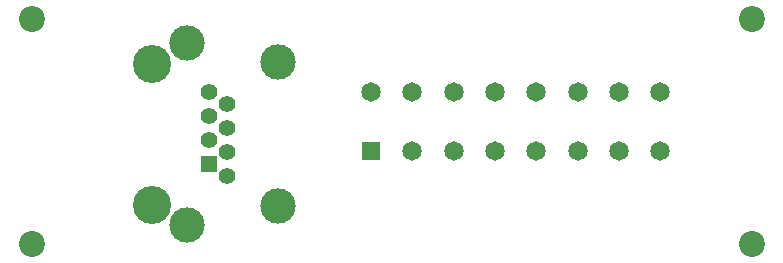
<source format=gbr>
%TF.GenerationSoftware,KiCad,Pcbnew,7.0.5*%
%TF.CreationDate,2023-11-09T00:00:04-05:00*%
%TF.ProjectId,rj45-breakout-board,726a3435-2d62-4726-9561-6b6f75742d62,0.1.0*%
%TF.SameCoordinates,Original*%
%TF.FileFunction,Soldermask,Bot*%
%TF.FilePolarity,Negative*%
%FSLAX46Y46*%
G04 Gerber Fmt 4.6, Leading zero omitted, Abs format (unit mm)*
G04 Created by KiCad (PCBNEW 7.0.5) date 2023-11-09 00:00:04*
%MOMM*%
%LPD*%
G01*
G04 APERTURE LIST*
%ADD10C,3.220000*%
%ADD11R,1.400000X1.400000*%
%ADD12C,1.400000*%
%ADD13C,3.000000*%
%ADD14C,2.200000*%
%ADD15R,1.650000X1.650000*%
%ADD16C,1.650000*%
G04 APERTURE END LIST*
D10*
%TO.C,J1*%
X58420000Y-67310000D03*
X58420000Y-79250000D03*
D11*
X63250000Y-75810000D03*
D12*
X64770000Y-76830000D03*
X64770000Y-74800000D03*
X64770000Y-72770000D03*
X63250000Y-73780000D03*
X63250000Y-71750000D03*
X63250000Y-69720000D03*
X64770000Y-70740000D03*
D13*
X61420000Y-81000000D03*
X61420000Y-65560000D03*
X69090000Y-79380000D03*
X69090000Y-67180000D03*
%TD*%
D14*
%TO.C,REF\u002A\u002A*%
X109220000Y-63500000D03*
%TD*%
%TO.C,REF\u002A\u002A*%
X109220000Y-82550000D03*
%TD*%
%TO.C,REF\u002A\u002A*%
X48260000Y-63500000D03*
%TD*%
D15*
%TO.C,J2*%
X76990000Y-74720000D03*
D16*
X76990000Y-69720000D03*
X80490000Y-74720000D03*
X80490000Y-69720000D03*
X83990000Y-74720000D03*
X83990000Y-69720000D03*
X87490000Y-74720000D03*
X87490000Y-69720000D03*
X90990000Y-74720000D03*
X90990000Y-69720000D03*
X94490000Y-74720000D03*
X94490000Y-69720000D03*
X97990000Y-74720000D03*
X97990000Y-69720000D03*
X101490000Y-74720000D03*
X101490000Y-69720000D03*
%TD*%
D14*
%TO.C,REF\u002A\u002A*%
X48260000Y-82550000D03*
%TD*%
M02*

</source>
